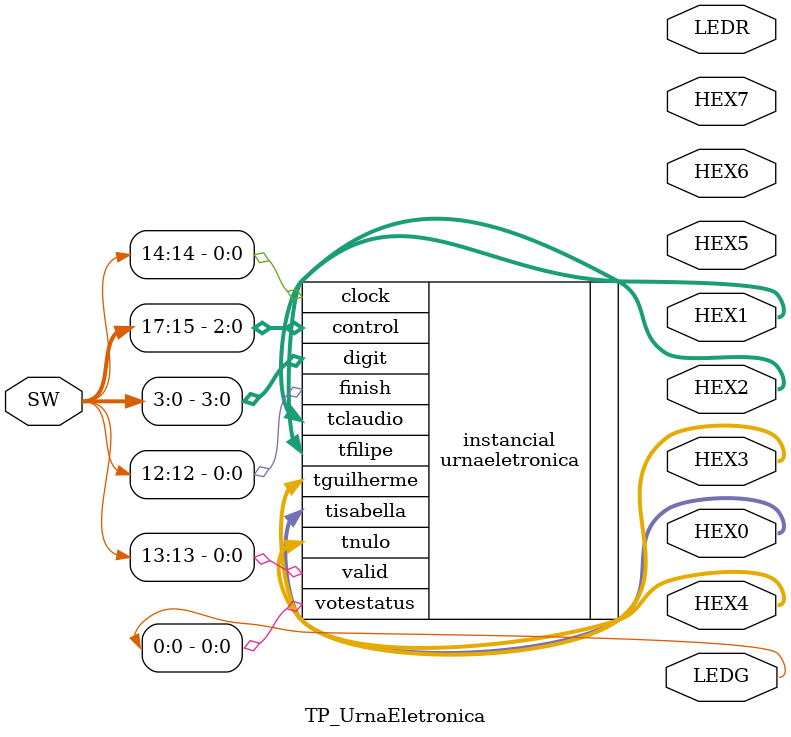
<source format=v>
`include "urnaeletronica.v"


module TP_UrnaEletronica(

	//////////// LED //////////
	LEDG,
	LEDR,

	//////////// SW //////////
	SW,

	//////////// SEG7 //////////
	HEX0,
	HEX1,
	HEX2,
	HEX3,
	HEX4,
	HEX5,
	HEX6,
	HEX7 
);

//=======================================================
//  PARAMETER declarations
//=======================================================


//=======================================================
//  PORT declarations
//=======================================================

//////////// LED //////////
output		     [8:0]		LEDG;
output		    [17:0]		LEDR;

//////////// SW //////////
input 		    [17:0]		SW;

//////////// SEG7 //////////
output		     [6:0]		HEX0;
output		     [6:0]		HEX1;
output		     [6:0]		HEX2;
output		     [6:0]		HEX3;
output		     [6:0]		HEX4;
output		     [6:0]		HEX5;
output		     [6:0]		HEX6;
output		     [6:0]		HEX7;


//=======================================================
//  REG/WIRE declarations
//=======================================================




//=======================================================
//  Structural coding
//=======================================================


urnaeletronica instancial(.votestatus(LEDG[0]), .control(SW[17:15]), .clock(SW[14]), .valid(SW[13]), .finish(SW[12]), .digit(SW[3:0]), .tisabella(HEX0[6:0]), .tclaudio(HEX1[6:0]), .tfilipe(HEX2[6:0]), .tguilherme(HEX3[6:0]), .tnulo(HEX4[6:0]));



endmodule

</source>
